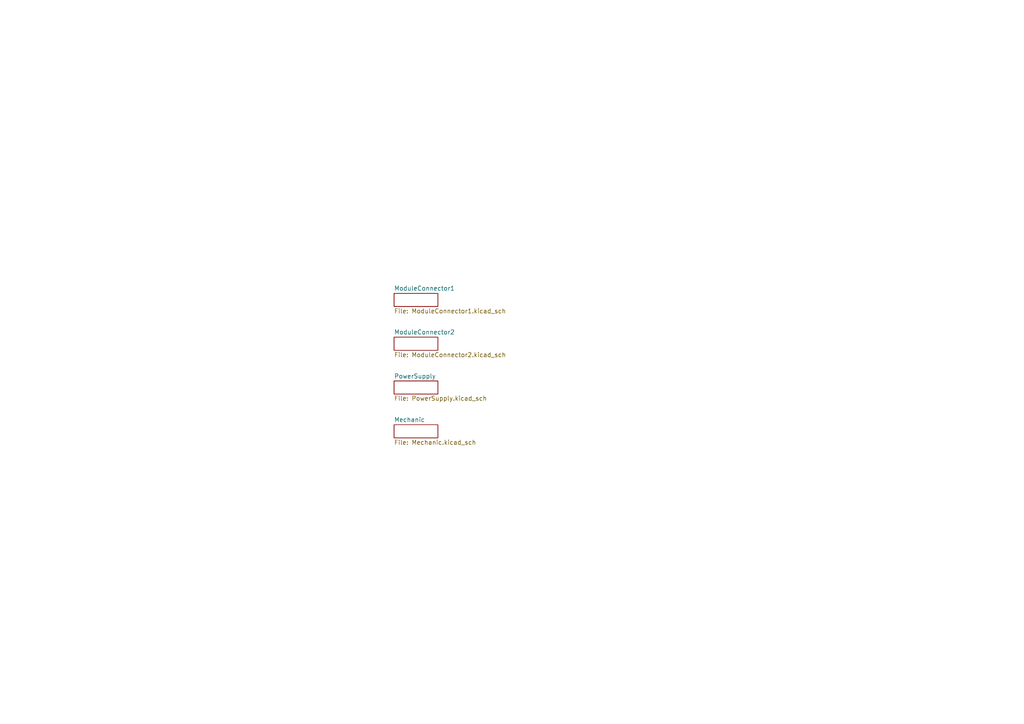
<source format=kicad_sch>
(kicad_sch
	(version 20250114)
	(generator "eeschema")
	(generator_version "9.0")
	(uuid "2dac91f6-5de1-492e-9a04-36ab71ef854f")
	(paper "A4")
	(lib_symbols)
	(sheet
		(at 114.3 110.49)
		(size 12.7 3.81)
		(exclude_from_sim no)
		(in_bom yes)
		(on_board yes)
		(dnp no)
		(fields_autoplaced yes)
		(stroke
			(width 0)
			(type solid)
		)
		(fill
			(color 0 0 0 0.0000)
		)
		(uuid "00000000-0000-0000-0000-00006144cc5a")
		(property "Sheetname" "PowerSupply"
			(at 114.3 109.8545 0)
			(effects
				(font
					(size 1.27 1.27)
				)
				(justify left bottom)
			)
		)
		(property "Sheetfile" "PowerSupply.kicad_sch"
			(at 114.3 114.8085 0)
			(effects
				(font
					(size 1.27 1.27)
				)
				(justify left top)
			)
		)
		(instances
			(project "MainBoard"
				(path "/2dac91f6-5de1-492e-9a04-36ab71ef854f"
					(page "5")
				)
			)
		)
	)
	(sheet
		(at 114.3 97.79)
		(size 12.7 3.81)
		(exclude_from_sim no)
		(in_bom yes)
		(on_board yes)
		(dnp no)
		(fields_autoplaced yes)
		(stroke
			(width 0.1524)
			(type solid)
		)
		(fill
			(color 0 0 0 0.0000)
		)
		(uuid "a53e760b-11f7-4b4f-9f40-4c11ccbc4751")
		(property "Sheetname" "ModuleConnector2"
			(at 114.3 97.0784 0)
			(effects
				(font
					(size 1.27 1.27)
				)
				(justify left bottom)
			)
		)
		(property "Sheetfile" "ModuleConnector2.kicad_sch"
			(at 114.3 102.1846 0)
			(effects
				(font
					(size 1.27 1.27)
				)
				(justify left top)
			)
		)
		(instances
			(project "MainBoard"
				(path "/2dac91f6-5de1-492e-9a04-36ab71ef854f"
					(page "5")
				)
			)
		)
	)
	(sheet
		(at 114.3 85.09)
		(size 12.7 3.81)
		(exclude_from_sim no)
		(in_bom yes)
		(on_board yes)
		(dnp no)
		(fields_autoplaced yes)
		(stroke
			(width 0.1524)
			(type solid)
		)
		(fill
			(color 0 0 0 0.0000)
		)
		(uuid "d112965a-54b8-4ea2-8796-1645e3e30e85")
		(property "Sheetname" "ModuleConnector1"
			(at 114.3 84.3784 0)
			(effects
				(font
					(size 1.27 1.27)
				)
				(justify left bottom)
			)
		)
		(property "Sheetfile" "ModuleConnector1.kicad_sch"
			(at 114.3 89.4846 0)
			(effects
				(font
					(size 1.27 1.27)
				)
				(justify left top)
			)
		)
		(instances
			(project "MainBoard"
				(path "/2dac91f6-5de1-492e-9a04-36ab71ef854f"
					(page "3")
				)
			)
		)
	)
	(sheet
		(at 114.3 123.19)
		(size 12.7 3.81)
		(exclude_from_sim no)
		(in_bom yes)
		(on_board yes)
		(dnp no)
		(fields_autoplaced yes)
		(stroke
			(width 0.1524)
			(type solid)
		)
		(fill
			(color 0 0 0 0.0000)
		)
		(uuid "ea014db6-aad8-4afe-975e-296ba9dc182a")
		(property "Sheetname" "Mechanic"
			(at 114.3 122.4784 0)
			(effects
				(font
					(size 1.27 1.27)
				)
				(justify left bottom)
			)
		)
		(property "Sheetfile" "Mechanic.kicad_sch"
			(at 114.3 127.5846 0)
			(effects
				(font
					(size 1.27 1.27)
				)
				(justify left top)
			)
		)
		(instances
			(project "MainBoard"
				(path "/2dac91f6-5de1-492e-9a04-36ab71ef854f"
					(page "4")
				)
			)
		)
	)
	(sheet_instances
		(path "/"
			(page "1")
		)
	)
	(embedded_fonts no)
)

</source>
